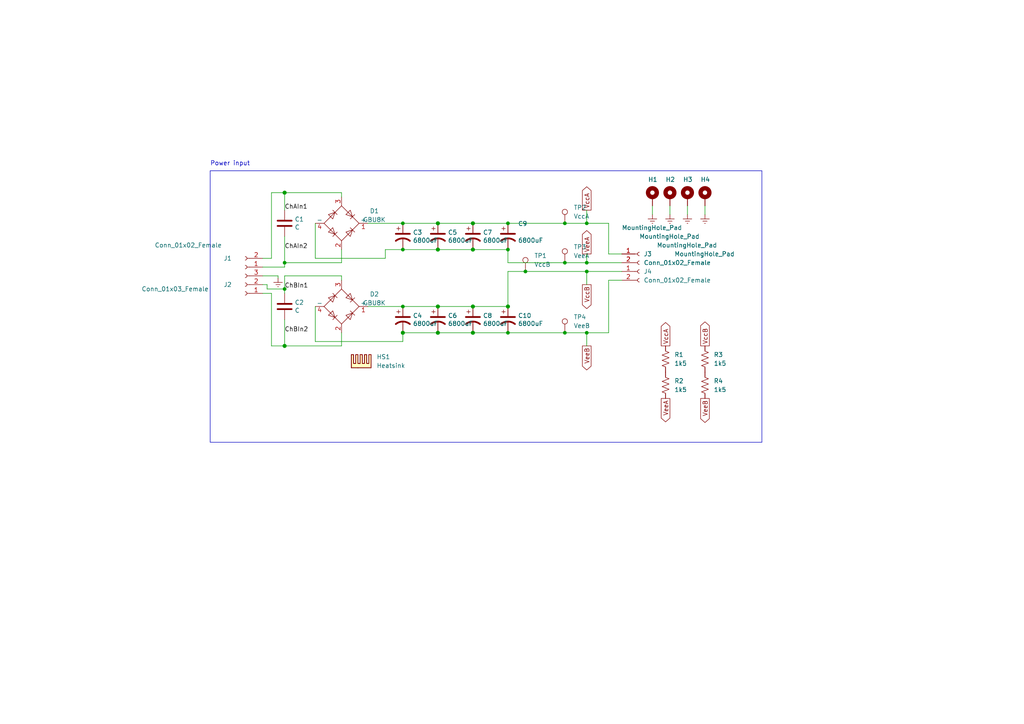
<source format=kicad_sch>
(kicad_sch (version 20211123) (generator eeschema)
  (paper "A4")
  (lib_symbols
    (symbol "Connector:Conn_01x02_Female" (pin_names (offset 1.016) hide)
      (property "Reference" "J" (at 0 2.54 0))
      (property "Value" "Conn_01x02_Female" (at 0 -5.08 0))
      (symbol "Conn_01x02_Female_1_1"
        (arc (start 0 -2.032) (mid -0.508 -2.54) (end 0 -3.048) (stroke (width 0.1524)))
        (polyline (pts (xy -1.27 -2.54) (xy -0.508 -2.54)) (stroke (width 0.1524)))
        (polyline (pts (xy -1.27 0) (xy -0.508 0)) (stroke (width 0.1524)))
        (arc (start 0 0.508) (mid -0.508 0) (end 0 -0.508) (stroke (width 0.1524)))
        (pin passive line (at -5.08 0 0) (length 3.81) (name "Pin_1") (number "1"))
        (pin passive line (at -5.08 -2.54 0) (length 3.81) (name "Pin_2") (number "2"))
      )
    )
    (symbol "Connector:Conn_01x03_Female" (pin_names (offset 1.016) hide)
      (property "Reference" "J" (at 0 5.08 0))
      (property "Value" "Conn_01x03_Female" (at 0 -5.08 0))
      (symbol "Conn_01x03_Female_1_1"
        (arc (start 0 -2.032) (mid -0.508 -2.54) (end 0 -3.048) (stroke (width 0.1524)))
        (polyline (pts (xy -1.27 -2.54) (xy -0.508 -2.54)) (stroke (width 0.1524)))
        (polyline (pts (xy -1.27 0) (xy -0.508 0)) (stroke (width 0.1524)))
        (polyline (pts (xy -1.27 2.54) (xy -0.508 2.54)) (stroke (width 0.1524)))
        (arc (start 0 0.508) (mid -0.508 0) (end 0 -0.508) (stroke (width 0.1524)))
        (arc (start 0 3.048) (mid -0.508 2.54) (end 0 2.032) (stroke (width 0.1524)))
        (pin passive line (at -5.08 2.54 0) (length 3.81) (name "Pin_1") (number "1"))
        (pin passive line (at -5.08 0 0) (length 3.81) (name "Pin_2") (number "2"))
        (pin passive line (at -5.08 -2.54 0) (length 3.81) (name "Pin_3") (number "3"))
      )
    )
    (symbol "Connector:TestPoint" (pin_numbers hide) (pin_names (offset 0.762) hide)
      (property "Reference" "TP" (at 0 6.858 0))
      (property "Value" "TestPoint" (at 0 5.08 0))
      (symbol "TestPoint_0_1"
        (circle (center 0 3.302) (radius 0.762))
      )
      (symbol "TestPoint_1_1"
        (pin passive line (at 0 0 90) (length 2.54) (name "1") (number "1"))
      )
    )
    (symbol "Device:C" (pin_numbers hide) (pin_names (offset 0.254))
      (property "Reference" "C" (at 0.635 2.54 0))
      (property "Value" "C" (at 0.635 -2.54 0))
      (symbol "C_0_1"
        (polyline (pts (xy -2.032 -0.762) (xy 2.032 -0.762)) (stroke (width 0.508)))
        (polyline (pts (xy -2.032 0.762) (xy 2.032 0.762)) (stroke (width 0.508)))
      )
      (symbol "C_1_1"
        (pin passive line (at 0 3.81 270) (length 2.794) (name "~") (number "1"))
        (pin passive line (at 0 -3.81 90) (length 2.794) (name "~") (number "2"))
      )
    )
    (symbol "Device:C_Polarized_US" (pin_numbers hide) (pin_names (offset 0.254) hide)
      (property "Reference" "C" (at 0.635 2.54 0))
      (property "Value" "C_Polarized_US" (at 0.635 -2.54 0))
      (symbol "C_Polarized_US_0_1"
        (polyline (pts (xy -2.032 0.762) (xy 2.032 0.762)) (stroke (width 0.508)))
        (polyline (pts (xy -1.778 2.286) (xy -0.762 2.286)))
        (polyline (pts (xy -1.27 1.778) (xy -1.27 2.794)))
        (arc (start 2.032 -1.27) (mid 0 -0.5572) (end -2.032 -1.27) (stroke (width 0.508)))
      )
      (symbol "C_Polarized_US_1_1"
        (pin passive line (at 0 3.81 270) (length 2.794) (name "~") (number "1"))
        (pin passive line (at 0 -3.81 90) (length 3.302) (name "~") (number "2"))
      )
    )
    (symbol "Device:R_US" (pin_numbers hide) (pin_names (offset 0))
      (property "Reference" "R" (at 2.54 0 90))
      (property "Value" "R_US" (at -2.54 0 90))
      (symbol "R_US_0_1"
        (polyline (pts (xy 0 -2.286) (xy 0 -2.54)))
        (polyline (pts (xy 0 2.286) (xy 0 2.54)))
        (polyline (pts (xy 0 -0.762) (xy 1.016 -1.143) (xy 0 -1.524) (xy -1.016 -1.905) (xy 0 -2.286)))
        (polyline (pts (xy 0 0.762) (xy 1.016 0.381) (xy 0 0) (xy -1.016 -0.381) (xy 0 -0.762)))
        (polyline (pts (xy 0 2.286) (xy 1.016 1.905) (xy 0 1.524) (xy -1.016 1.143) (xy 0 0.762)))
      )
      (symbol "R_US_1_1"
        (pin passive line (at 0 3.81 270) (length 1.27) (name "~") (number "1"))
        (pin passive line (at 0 -3.81 90) (length 1.27) (name "~") (number "2"))
      )
    )
    (symbol "Diode_Bridge:GBU8K" (pin_names (offset 0))
      (property "Reference" "D" (at 2.54 6.985 0))
      (property "Value" "GBU8K" (at 2.54 5.08 0))
      (symbol "GBU8K_0_1"
        (polyline (pts (xy -2.54 3.81) (xy -1.27 2.54)))
        (polyline (pts (xy -1.27 -2.54) (xy -2.54 -3.81)))
        (polyline (pts (xy 2.54 -1.27) (xy 3.81 -2.54)))
        (polyline (pts (xy 2.54 1.27) (xy 3.81 2.54)))
        (polyline (pts (xy -3.81 2.54) (xy -2.54 1.27) (xy -1.905 3.175) (xy -3.81 2.54)))
        (polyline (pts (xy -2.54 -1.27) (xy -3.81 -2.54) (xy -1.905 -3.175) (xy -2.54 -1.27)))
        (polyline (pts (xy 1.27 2.54) (xy 2.54 3.81) (xy 3.175 1.905) (xy 1.27 2.54)))
        (polyline (pts (xy 3.175 -1.905) (xy 1.27 -2.54) (xy 2.54 -3.81) (xy 3.175 -1.905)))
        (polyline (pts (xy -5.08 0) (xy 0 -5.08) (xy 5.08 0) (xy 0 5.08) (xy -5.08 0)))
      )
      (symbol "GBU8K_1_1"
        (pin passive line (at 7.62 0 180) (length 2.54) (name "+") (number "1"))
        (pin passive line (at 0 -7.62 90) (length 2.54) (name "~") (number "2"))
        (pin passive line (at 0 7.62 270) (length 2.54) (name "~") (number "3"))
        (pin passive line (at -7.62 0 0) (length 2.54) (name "-") (number "4"))
      )
    )
    (symbol "Mechanical:Heatsink" (pin_names (offset 1.016))
      (property "Reference" "HS" (at 0 5.08 0))
      (property "Value" "Heatsink" (at 0 -1.27 0))
      (symbol "Heatsink_0_1"
        (polyline (pts (xy -0.3302 1.27) (xy -0.9652 1.27) (xy -0.9652 3.81) (xy -1.6002 3.81) (xy -1.6002 1.27) (xy -2.2352 1.27) (xy -2.2352 3.81) (xy -2.8702 3.81) (xy -2.8702 0) (xy -0.9652 0)) (stroke (width 0.254)) (fill (type background)))
        (polyline (pts (xy -0.3302 1.27) (xy -0.3302 3.81) (xy 0.3048 3.81) (xy 0.3048 1.27) (xy 0.9398 1.27) (xy 0.9398 3.81) (xy 1.5748 3.81) (xy 1.5748 1.27) (xy 2.2098 1.27) (xy 2.2098 3.81) (xy 2.8448 3.81) (xy 2.8448 0) (xy -0.9652 0)) (stroke (width 0.254)) (fill (type background)))
      )
    )
    (symbol "Mechanical:MountingHole_Pad" (pin_numbers hide) (pin_names (offset 1.016) hide)
      (property "Reference" "H" (at 0 6.35 0))
      (property "Value" "MountingHole_Pad" (at 0 4.445 0))
      (symbol "MountingHole_Pad_0_1"
        (circle (center 0 1.27) (radius 1.27) (stroke (width 1.27)))
      )
      (symbol "MountingHole_Pad_1_1"
        (pin input line (at 0 -2.54 90) (length 2.54) (name "1") (number "1"))
      )
    )
    (symbol "power:Earth" (power) (pin_names (offset 0))
      (symbol "Earth_0_1"
        (polyline (pts (xy -0.635 -1.905) (xy 0.635 -1.905)))
        (polyline (pts (xy -0.127 -2.54) (xy 0.127 -2.54)))
        (polyline (pts (xy 0 -1.27) (xy 0 0)))
        (polyline (pts (xy 1.27 -1.27) (xy -1.27 -1.27)))
      )
      (symbol "Earth_1_1"
        (pin power_in line (at 0 0 270) (length 0) hide (name "Earth") (number "1"))
      )
    )
  )
  (junction (at 163.83 96.52))
  (junction (at 170.18 78.74))
  (junction (at 170.18 64.77))
  (junction (at 82.55 55.88) (diameter 1.016))
  (junction (at 116.84 64.77))
  (junction (at 116.84 96.52) (diameter 1.016))
  (junction (at 152.4 78.74))
  (junction (at 163.83 64.77))
  (junction (at 137.16 96.52) (diameter 1.016))
  (junction (at 127 88.9) (diameter 1.016))
  (junction (at 137.16 72.39) (diameter 1.016))
  (junction (at 137.16 64.77) (diameter 1.016))
  (junction (at 127 64.77) (diameter 1.016))
  (junction (at 82.55 83.82))
  (junction (at 82.55 100.33) (diameter 1.016))
  (junction (at 116.84 72.39))
  (junction (at 147.32 72.39))
  (junction (at 163.83 76.2))
  (junction (at 82.55 76.2))
  (junction (at 147.32 64.77))
  (junction (at 116.84 88.9))
  (junction (at 170.18 76.2))
  (junction (at 170.18 96.52))
  (junction (at 127 96.52) (diameter 1.016))
  (junction (at 147.32 88.9) (diameter 1.016))
  (junction (at 147.32 96.52))
  (junction (at 137.16 88.9) (diameter 1.016))
  (junction (at 127 72.39) (diameter 1.016))
  (wire (pts (xy 147.32 76.2) (xy 163.83 76.2)))
  (wire (pts (xy 77.47 83.82) (xy 82.55 83.82)))
  (wire (pts (xy 78.74 55.88) (xy 78.74 74.93)))
  (wire (pts (xy 91.44 74.93) (xy 111.76 74.93)))
  (wire (pts (xy 91.44 99.06) (xy 116.84 99.06)))
  (wire (pts (xy 176.53 81.28) (xy 176.53 96.52)))
  (wire (pts (xy 106.68 88.9) (xy 116.84 88.9)))
  (wire (pts (xy 99.06 100.33) (xy 99.06 96.52)))
  (wire (pts (xy 99.06 76.2) (xy 99.06 72.39)))
  (wire (pts (xy 77.47 82.55) (xy 77.47 83.82)))
  (wire (pts (xy 137.16 88.9) (xy 147.32 88.9)))
  (wire (pts (xy 116.84 88.9) (xy 127 88.9)))
  (wire (pts (xy 76.2 77.47) (xy 82.55 77.47)))
  (wire (pts (xy 137.16 64.77) (xy 147.32 64.77)))
  (wire (pts (xy 194.31 59.69) (xy 194.31 62.23)))
  (wire (pts (xy 82.55 80.01) (xy 99.06 80.01)))
  (wire (pts (xy 127 72.39) (xy 137.16 72.39)))
  (wire (pts (xy 176.53 73.66) (xy 180.34 73.66)))
  (wire (pts (xy 199.39 59.69) (xy 199.39 62.23)))
  (wire (pts (xy 78.74 85.09) (xy 76.2 85.09)))
  (wire (pts (xy 78.74 100.33) (xy 78.74 85.09)))
  (wire (pts (xy 116.84 99.06) (xy 116.84 96.52)))
  (polyline (pts (xy 60.96 49.53) (xy 220.98 49.53)) (stroke (width 0) (type solid)))
  (wire (pts (xy 170.18 73.66) (xy 170.18 76.2)))
  (wire (pts (xy 99.06 81.28) (xy 99.06 80.01)))
  (wire (pts (xy 116.84 96.52) (xy 127 96.52)))
  (wire (pts (xy 82.55 60.96) (xy 82.55 55.88)))
  (wire (pts (xy 170.18 60.96) (xy 170.18 64.77)))
  (wire (pts (xy 147.32 64.77) (xy 163.83 64.77)))
  (wire (pts (xy 82.55 55.88) (xy 78.74 55.88)))
  (wire (pts (xy 82.55 55.88) (xy 99.06 55.88)))
  (wire (pts (xy 163.83 64.77) (xy 170.18 64.77)))
  (wire (pts (xy 189.23 59.69) (xy 189.23 62.23)))
  (wire (pts (xy 82.55 80.01) (xy 82.55 83.82)))
  (wire (pts (xy 78.74 74.93) (xy 76.2 74.93)))
  (wire (pts (xy 76.2 80.01) (xy 80.645 80.01)))
  (wire (pts (xy 116.84 72.39) (xy 127 72.39)))
  (wire (pts (xy 99.06 57.15) (xy 99.06 55.88)))
  (wire (pts (xy 152.4 78.74) (xy 170.18 78.74)))
  (wire (pts (xy 111.76 72.39) (xy 116.84 72.39)))
  (wire (pts (xy 170.18 82.55) (xy 170.18 78.74)))
  (polyline (pts (xy 220.98 128.27) (xy 220.98 49.53)) (stroke (width 0) (type solid)))
  (wire (pts (xy 170.18 78.74) (xy 180.34 78.74)))
  (wire (pts (xy 127 64.77) (xy 137.16 64.77)))
  (wire (pts (xy 76.2 82.55) (xy 77.47 82.55)))
  (wire (pts (xy 170.18 96.52) (xy 176.53 96.52)))
  (wire (pts (xy 127 88.9) (xy 137.16 88.9)))
  (wire (pts (xy 147.32 96.52) (xy 163.83 96.52)))
  (wire (pts (xy 82.55 92.71) (xy 82.55 100.33)))
  (wire (pts (xy 137.16 72.39) (xy 147.32 72.39)))
  (wire (pts (xy 82.55 76.2) (xy 99.06 76.2)))
  (wire (pts (xy 82.55 100.33) (xy 99.06 100.33)))
  (wire (pts (xy 170.18 96.52) (xy 170.18 100.33)))
  (wire (pts (xy 127 96.52) (xy 137.16 96.52)))
  (wire (pts (xy 82.55 77.47) (xy 82.55 76.2)))
  (wire (pts (xy 137.16 96.52) (xy 147.32 96.52)))
  (wire (pts (xy 176.53 81.28) (xy 180.34 81.28)))
  (wire (pts (xy 82.55 68.58) (xy 82.55 76.2)))
  (wire (pts (xy 176.53 64.77) (xy 176.53 73.66)))
  (wire (pts (xy 147.32 78.74) (xy 152.4 78.74)))
  (wire (pts (xy 147.32 72.39) (xy 147.32 76.2)))
  (wire (pts (xy 91.44 64.77) (xy 91.44 74.93)))
  (wire (pts (xy 163.83 96.52) (xy 170.18 96.52)))
  (wire (pts (xy 116.84 64.77) (xy 127 64.77)))
  (wire (pts (xy 91.44 88.9) (xy 91.44 99.06)))
  (wire (pts (xy 111.76 74.93) (xy 111.76 72.39)))
  (wire (pts (xy 163.83 76.2) (xy 170.18 76.2)))
  (wire (pts (xy 170.18 64.77) (xy 176.53 64.77)))
  (wire (pts (xy 106.68 64.77) (xy 116.84 64.77)))
  (polyline (pts (xy 60.96 128.27) (xy 220.98 128.27)) (stroke (width 0) (type solid)))
  (wire (pts (xy 170.18 76.2) (xy 180.34 76.2)))
  (wire (pts (xy 147.32 78.74) (xy 147.32 88.9)))
  (wire (pts (xy 82.55 83.82) (xy 82.55 85.09)))
  (wire (pts (xy 204.47 59.69) (xy 204.47 62.23)))
  (wire (pts (xy 82.55 100.33) (xy 78.74 100.33)))
  (polyline (pts (xy 60.96 49.53) (xy 60.96 128.27)) (stroke (width 0) (type solid)))
  (wire (pts (xy 80.645 80.01) (xy 80.645 80.645)))
  (text "Power input" (at 60.96 48.26 0) (effects (font (size 1.27 1.27)) (justify left bottom)))
  (label "ChAIn2" (at 82.55 72.39 0))
  (label "ChAIn1" (at 82.55 60.96 0))
  (label "ChBIn2" (at 82.55 96.52 0))
  (label "ChBIn1" (at 82.55 83.82 0))
  (global_label "VeeB" (shape output) (at 170.18 100.33 270) (property "Intersheet References" "${INTERSHEET_REFS}" (effects hide)))
  (global_label "VccA" (shape output) (at 193.04 100.33 90) (property "Intersheet References" "${INTERSHEET_REFS}" (effects hide)))
  (global_label "VccB" (shape output) (at 204.47 100.33 90) (property "Intersheet References" "${INTERSHEET_REFS}" (effects hide)))
  (global_label "VeeA" (shape output) (at 193.04 115.57 270) (property "Intersheet References" "${INTERSHEET_REFS}" (effects hide)))
  (global_label "VccA" (shape output) (at 170.18 60.96 90) (property "Intersheet References" "${INTERSHEET_REFS}" (effects hide)))
  (global_label "VccB" (shape output) (at 170.18 82.55 270) (property "Intersheet References" "${INTERSHEET_REFS}" (effects hide)))
  (global_label "VeeB" (shape output) (at 204.47 115.57 270) (property "Intersheet References" "${INTERSHEET_REFS}" (effects hide)))
  (global_label "VeeA" (shape output) (at 170.18 73.66 90) (property "Intersheet References" "${INTERSHEET_REFS}" (effects hide)))
  (symbol (lib_id "Device:C_Polarized_US") (at 137.16 68.58 0) (unit 1)
    (property "Reference" "C7" (at 140.081 67.4116 0) (effects (justify left)))
    (property "Value" "6800uF" (at 140.081 69.723 0) (effects (justify left)))
    (property "Footprint" "Capacitor_THT:CP_Radial_D30.0mm_P10.00mm_SnapIn" (effects hide))
  )
  (symbol (lib_id "Device:R_US") (at 193.04 111.76 0) (unit 1)
    (property "Reference" "R2" (at 195.58 110.4899 0) (effects (justify left)))
    (property "Value" "1k5" (at 195.58 113.0299 0) (effects (justify left)))
    (property "Footprint" "Resistor_THT:R_Axial_DIN0414_L11.9mm_D4.5mm_P20.32mm_Horizontal" (effects hide))
  )
  (symbol (lib_id "Device:C") (at 82.55 88.9 0) (unit 1)
    (property "Reference" "C2" (at 85.471 87.7316 0) (effects (justify left)))
    (property "Value" "C" (at 85.471 90.043 0) (effects (justify left)))
    (property "Footprint" "Capacitor_THT:C_Rect_L18.0mm_W6.0mm_P15.00mm_FKS3_FKP3" (effects hide))
  )
  (symbol (lib_id "Device:R_US") (at 193.04 104.14 0) (unit 1)
    (property "Reference" "R1" (at 195.58 102.8699 0) (effects (justify left)))
    (property "Value" "1k5" (at 195.58 105.4099 0) (effects (justify left)))
    (property "Footprint" "Resistor_THT:R_Axial_DIN0414_L11.9mm_D4.5mm_P20.32mm_Horizontal" (effects hide))
  )
  (symbol (lib_id "Mechanical:MountingHole_Pad") (at 204.47 57.15 0) (unit 1)
    (property "Reference" "H4" (at 203.2 52.07 0) (effects (justify left)))
    (property "Value" "MountingHole_Pad" (at 195.58 73.66 0) (effects (justify left)))
    (property "Footprint" "MountingHole:MountingHole_4.3mm_M4_Pad_Via" (effects hide))
  )
  (symbol (lib_id "Mechanical:MountingHole_Pad") (at 189.23 57.15 0) (unit 1)
    (property "Reference" "H1" (at 187.96 52.07 0) (effects (justify left)))
    (property "Value" "MountingHole_Pad" (at 180.34 66.04 0) (effects (justify left)))
    (property "Footprint" "MountingHole:MountingHole_4.3mm_M4_Pad_Via" (effects hide))
  )
  (symbol (lib_id "Device:C") (at 82.55 64.77 0) (unit 1)
    (property "Reference" "C1" (at 85.471 63.6016 0) (effects (justify left)))
    (property "Value" "C" (at 85.471 65.913 0) (effects (justify left)))
    (property "Footprint" "Capacitor_THT:C_Rect_L18.0mm_W6.0mm_P15.00mm_FKS3_FKP3" (effects hide))
  )
  (symbol (lib_id "Connector:TestPoint") (at 163.83 76.2 0) (unit 1)
    (property "Reference" "TP3" (at 166.37 71.6279 0) (effects (justify left)))
    (property "Value" "VeeA" (at 166.37 74.1679 0) (effects (justify left)))
    (property "Footprint" "TestPoint:TestPoint_Pad_D2.0mm" (effects hide))
  )
  (symbol (lib_id "Device:R_US") (at 204.47 104.14 0) (unit 1)
    (property "Reference" "R3" (at 207.01 102.8699 0) (effects (justify left)))
    (property "Value" "1k5" (at 207.01 105.4099 0) (effects (justify left)))
    (property "Footprint" "Resistor_THT:R_Axial_DIN0414_L11.9mm_D4.5mm_P20.32mm_Horizontal" (effects hide))
  )
  (symbol (lib_id "Mechanical:MountingHole_Pad") (at 199.39 57.15 0) (unit 1)
    (property "Reference" "H3" (at 198.12 52.07 0) (effects (justify left)))
    (property "Value" "MountingHole_Pad" (at 190.5 71.12 0) (effects (justify left)))
    (property "Footprint" "MountingHole:MountingHole_4.3mm_M4_Pad_Via" (effects hide))
  )
  (symbol (lib_id "Connector:TestPoint") (at 163.83 96.52 0) (unit 1)
    (property "Reference" "TP4" (at 166.37 91.9479 0) (effects (justify left)))
    (property "Value" "VeeB" (at 166.37 94.4879 0) (effects (justify left)))
    (property "Footprint" "TestPoint:TestPoint_Pad_D2.0mm" (effects hide))
  )
  (symbol (lib_id "Connector:TestPoint") (at 163.83 64.77 0) (unit 1)
    (property "Reference" "TP2" (at 166.37 60.1979 0) (effects (justify left)))
    (property "Value" "VccA" (at 166.37 62.7379 0) (effects (justify left)))
    (property "Footprint" "TestPoint:TestPoint_Pad_D2.0mm" (effects hide))
  )
  (symbol (lib_id "Device:C_Polarized_US") (at 137.16 92.71 0) (unit 1)
    (property "Reference" "C8" (at 140.081 91.5416 0) (effects (justify left)))
    (property "Value" "6800uF" (at 140.081 93.853 0) (effects (justify left)))
    (property "Footprint" "Capacitor_THT:CP_Radial_D30.0mm_P10.00mm_SnapIn" (effects hide))
  )
  (symbol (lib_id "Connector:TestPoint") (at 152.4 78.74 0) (unit 1)
    (property "Reference" "TP1" (at 154.94 74.1679 0) (effects (justify left)))
    (property "Value" "VccB" (at 154.94 76.7079 0) (effects (justify left)))
    (property "Footprint" "TestPoint:TestPoint_Pad_D2.0mm" (effects hide))
  )
  (symbol (lib_id "Device:C_Polarized_US") (at 147.32 92.71 0) (unit 1)
    (property "Reference" "C10" (at 150.241 91.5416 0) (effects (justify left)))
    (property "Value" "6800uF" (at 150.241 93.853 0) (effects (justify left)))
    (property "Footprint" "Capacitor_THT:CP_Radial_D30.0mm_P10.00mm_SnapIn" (effects hide))
  )
  (symbol (lib_id "Device:C_Polarized_US") (at 116.84 68.58 0) (unit 1)
    (property "Reference" "C3" (at 119.761 67.4116 0) (effects (justify left)))
    (property "Value" "6800uF" (at 119.761 69.723 0) (effects (justify left)))
    (property "Footprint" "Capacitor_THT:CP_Radial_D30.0mm_P10.00mm_SnapIn" (effects hide))
  )
  (symbol (lib_id "Connector:Conn_01x02_Female") (at 185.42 73.66 0) (unit 1)
    (property "Reference" "J3" (at 186.69 73.6599 0) (effects (justify left)))
    (property "Value" "Conn_01x02_Female" (at 186.69 76.1999 0) (effects (justify left)))
    (property "Footprint" "Connector_Phoenix_MSTB:PhoenixContact_MSTBVA_2,5_2-G-5,08_1x02_P5.08mm_Vertical" (effects hide))
  )
  (symbol (lib_id "Diode_Bridge:GBU8K") (at 99.06 64.77 0) (unit 1)
    (property "Reference" "D1" (at 108.585 61.1886 0))
    (property "Value" "GBU8K" (at 108.585 63.7286 0))
    (property "Footprint" "Diode_THT:Diode_Bridge_Vishay_GBU" (effects hide))
    (property "Datasheet" "http://www.vishay.com/docs/88656/gbu8a.pdf" (effects hide))
  )
  (symbol (lib_id "Device:C_Polarized_US") (at 116.84 92.71 0) (unit 1)
    (property "Reference" "C4" (at 119.761 91.5416 0) (effects (justify left)))
    (property "Value" "6800uF" (at 119.761 93.853 0) (effects (justify left)))
    (property "Footprint" "Capacitor_THT:CP_Radial_D30.0mm_P10.00mm_SnapIn" (effects hide))
  )
  (symbol (lib_id "Device:C_Polarized_US") (at 127 92.71 0) (unit 1)
    (property "Reference" "C6" (at 129.921 91.5416 0) (effects (justify left)))
    (property "Value" "6800uF" (at 129.921 93.853 0) (effects (justify left)))
    (property "Footprint" "Capacitor_THT:CP_Radial_D30.0mm_P10.00mm_SnapIn" (effects hide))
  )
  (symbol (lib_id "Connector:Conn_01x02_Female") (at 71.12 77.47 180) (unit 1)
    (property "Reference" "J1" (at 66.04 74.93 0))
    (property "Value" "Conn_01x02_Female" (at 54.61 71.12 0))
    (property "Footprint" "Connector_Phoenix_MSTB:PhoenixContact_MSTBVA_2,5_2-G-5,08_1x02_P5.08mm_Vertical" (effects hide))
  )
  (symbol (lib_id "power:Earth") (at 204.47 62.23 0) (unit 1)
    (property "Reference" "#PWR0105" (effects hide))
    (property "Value" "Earth" (effects hide))
  )
  (symbol (lib_id "Mechanical:Heatsink") (at 104.775 106.68 0) (unit 1)
    (property "Reference" "HS1" (at 109.22 103.5049 0) (effects (justify left)))
    (property "Value" "Heatsink" (at 109.22 106.0449 0) (effects (justify left)))
    (property "Footprint" "Footprints:Heatsink_custom_85x4mm_3xFixationM3" (effects hide))
  )
  (symbol (lib_id "Device:C_Polarized_US") (at 127 68.58 0) (unit 1)
    (property "Reference" "C5" (at 129.921 67.4116 0) (effects (justify left)))
    (property "Value" "6800uF" (at 129.921 69.723 0) (effects (justify left)))
    (property "Footprint" "Capacitor_THT:CP_Radial_D30.0mm_P10.00mm_SnapIn" (effects hide))
  )
  (symbol (lib_id "Device:R_US") (at 204.47 111.76 0) (unit 1)
    (property "Reference" "R4" (at 207.01 110.4899 0) (effects (justify left)))
    (property "Value" "1k5" (at 207.01 113.0299 0) (effects (justify left)))
    (property "Footprint" "Resistor_THT:R_Axial_DIN0414_L11.9mm_D4.5mm_P20.32mm_Horizontal" (effects hide))
  )
  (symbol (lib_id "Mechanical:MountingHole_Pad") (at 194.31 57.15 0) (unit 1)
    (property "Reference" "H2" (at 193.04 52.07 0) (effects (justify left)))
    (property "Value" "MountingHole_Pad" (at 185.42 68.58 0) (effects (justify left)))
    (property "Footprint" "MountingHole:MountingHole_4.3mm_M4_Pad_Via" (effects hide))
  )
  (symbol (lib_id "power:Earth") (at 189.23 62.23 0) (unit 1)
    (property "Reference" "#PWR0102" (effects hide))
    (property "Value" "Earth" (effects hide))
  )
  (symbol (lib_id "Connector:Conn_01x03_Female") (at 71.12 82.55 180) (unit 1)
    (property "Reference" "J2" (at 66.04 82.55 0))
    (property "Value" "Conn_01x03_Female" (at 50.8 83.82 0))
    (property "Footprint" "Connector_Phoenix_MSTB:PhoenixContact_MSTBVA_2,5_3-G-5,08_1x03_P5.08mm_Vertical" (effects hide))
  )
  (symbol (lib_id "Connector:Conn_01x02_Female") (at 185.42 78.74 0) (unit 1)
    (property "Reference" "J4" (at 186.69 78.7399 0) (effects (justify left)))
    (property "Value" "Conn_01x02_Female" (at 186.69 81.2799 0) (effects (justify left)))
    (property "Footprint" "Connector_Phoenix_MSTB:PhoenixContact_MSTBVA_2,5_2-G-5,08_1x02_P5.08mm_Vertical" (effects hide))
  )
  (symbol (lib_id "power:Earth") (at 194.31 62.23 0) (unit 1)
    (property "Reference" "#PWR0103" (effects hide))
    (property "Value" "Earth" (effects hide))
  )
  (symbol (lib_id "power:Earth") (at 199.39 62.23 0) (unit 1)
    (property "Reference" "#PWR0104" (effects hide))
    (property "Value" "Earth" (effects hide))
  )
  (symbol (lib_id "Diode_Bridge:GBU8K") (at 99.06 88.9 0) (unit 1)
    (property "Reference" "D2" (at 108.585 85.3186 0))
    (property "Value" "GBU8K" (at 108.585 87.8586 0))
    (property "Footprint" "Diode_THT:Diode_Bridge_Vishay_GBU" (effects hide))
    (property "Datasheet" "http://www.vishay.com/docs/88656/gbu8a.pdf" (effects hide))
  )
  (symbol (lib_id "Device:C_Polarized_US") (at 147.32 68.58 0) (unit 1)
    (property "Reference" "C9" (at 150.241 64.8716 0) (effects (justify left)))
    (property "Value" "6800uF" (at 150.241 69.723 0) (effects (justify left)))
    (property "Footprint" "Capacitor_THT:CP_Radial_D30.0mm_P10.00mm_SnapIn" (effects hide))
  )
  (symbol (lib_id "power:Earth") (at 80.645 80.645 0) (unit 1)
    (property "Reference" "#PWR0101" (effects hide))
    (property "Value" "Earth" (effects hide))
  )
)
</source>
